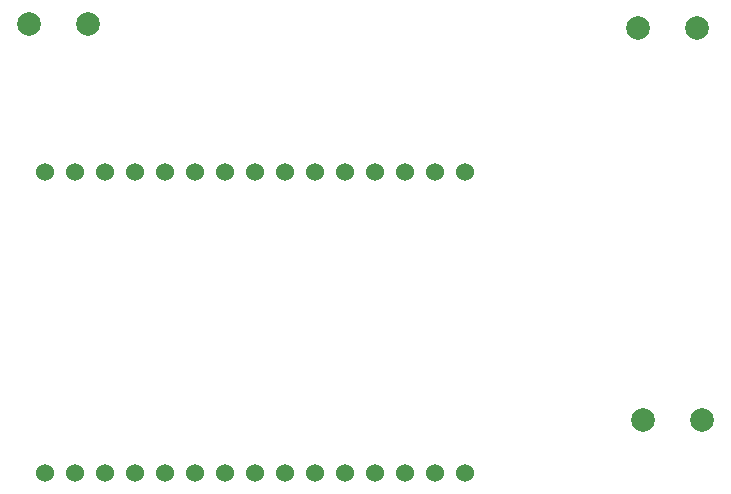
<source format=gtl>
G04 Layer: TopLayer*
G04 EasyEDA v6.5.51, 2025-10-20 22:37:19*
G04 f616cf4ec58d424a8f3e18252dc3b632,12abd119770744df9ef097ef44d34389,10*
G04 Gerber Generator version 0.2*
G04 Scale: 100 percent, Rotated: No, Reflected: No *
G04 Dimensions in millimeters *
G04 leading zeros omitted , absolute positions ,4 integer and 5 decimal *
%FSLAX45Y45*%
%MOMM*%

%ADD10C,2.0000*%
%ADD11C,1.5240*%
%ADD12C,0.0174*%

%LPD*%
D10*
G01*
X8276843Y4533900D03*
G01*
X7775956Y4533900D03*
G01*
X7814056Y1219200D03*
G01*
X8314943Y1219200D03*
D11*
G01*
X6311900Y3314700D03*
G01*
X6057900Y3314700D03*
G01*
X5803900Y3314700D03*
G01*
X5549900Y3314700D03*
G01*
X5295900Y3314700D03*
G01*
X5041900Y3314700D03*
G01*
X4787900Y3314700D03*
G01*
X4533900Y3314700D03*
G01*
X4279900Y3314700D03*
G01*
X4025900Y3314700D03*
G01*
X3771900Y3314700D03*
G01*
X3517900Y3314700D03*
G01*
X3263900Y3314700D03*
G01*
X3009900Y3314700D03*
G01*
X2755900Y3314700D03*
G01*
X2755900Y764692D03*
G01*
X3009900Y764692D03*
G01*
X3263900Y764692D03*
G01*
X3517900Y764692D03*
G01*
X3771900Y764692D03*
G01*
X4025900Y764692D03*
G01*
X4279900Y764692D03*
G01*
X4533900Y764692D03*
G01*
X4787900Y764692D03*
G01*
X5041900Y764692D03*
G01*
X5295900Y764692D03*
G01*
X5549900Y764692D03*
G01*
X5803900Y764692D03*
G01*
X6311900Y764692D03*
G01*
X6057900Y764692D03*
D10*
G01*
X3120643Y4572000D03*
G01*
X2619756Y4572000D03*
M02*

</source>
